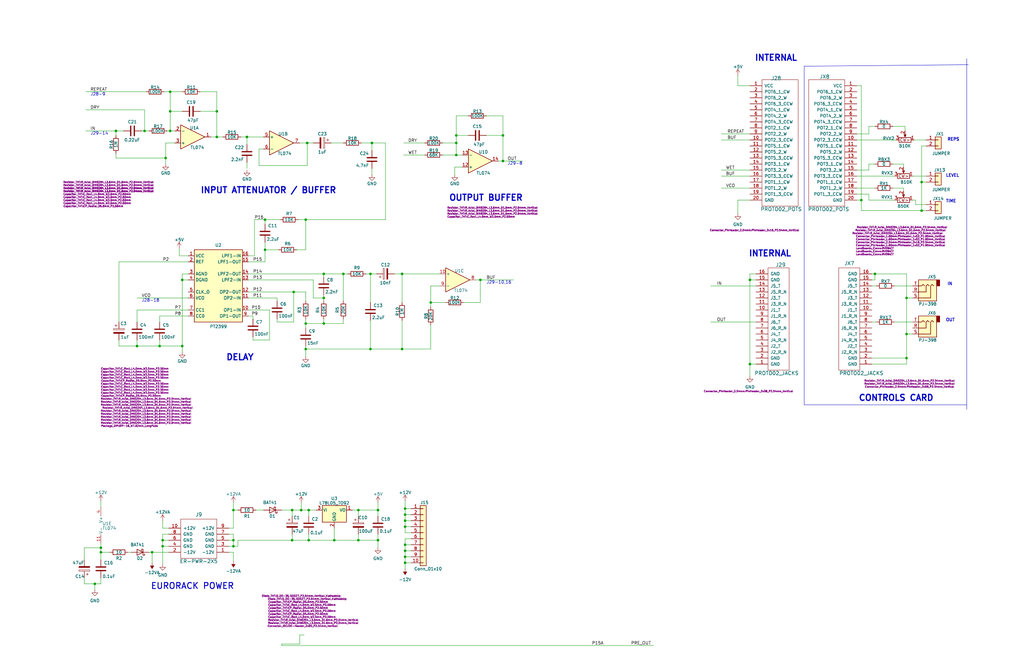
<source format=kicad_sch>
(kicad_sch (version 20230121) (generator eeschema)
  (paper "B")
  (title_block (title "ER-DELAY-02") (date "2023-02-18") (rev "1"))
  (junction (at 42.545 231.14))
  (junction (at 123.19 215.265))
  (junction (at 76.835 118.11))
  (junction (at 316.23 118.11))
  (junction (at 128.905 147.32))
  (junction (at 156.21 147.32))
  (junction (at 130.175 227.965))
  (junction (at 71.755 46.99))
  (junction (at 170.815 237.49))
  (junction (at 42.545 233.045))
  (junction (at 169.545 147.32))
  (junction (at 111.76 105.41))
  (junction (at 68.58 227.965))
  (junction (at 170.815 214.63))
  (junction (at 156.21 115.57))
  (junction (at 71.755 38.735))
  (junction (at 136.525 115.57))
  (junction (at 170.815 219.71))
  (junction (at 382.27 151.13))
  (junction (at 64.135 233.045))
  (junction (at 212.09 67.945))
  (junction (at 111.76 92.71))
  (junction (at 76.835 146.05))
  (junction (at 192.405 60.325))
  (junction (at 151.13 227.965))
  (junction (at 123.825 123.19))
  (junction (at 368.935 115.57))
  (junction (at 388.62 88.9))
  (junction (at 136.525 125.73))
  (junction (at 98.425 215.265))
  (junction (at 60.96 55.245))
  (junction (at 159.385 227.965))
  (junction (at 57.785 146.05))
  (junction (at 170.815 232.41))
  (junction (at 170.815 217.17))
  (junction (at 316.23 153.67))
  (junction (at 104.14 57.785))
  (junction (at 91.44 57.785))
  (junction (at 128.905 92.71))
  (junction (at 71.755 55.245))
  (junction (at 48.895 55.245))
  (junction (at 91.44 46.99))
  (junction (at 156.845 60.325))
  (junction (at 98.425 227.965))
  (junction (at 67.31 146.05))
  (junction (at 136.525 136.525))
  (junction (at 130.175 215.265))
  (junction (at 129.54 60.325))
  (junction (at 169.545 115.57))
  (junction (at 382.27 140.97))
  (junction (at 68.58 230.505))
  (junction (at 170.815 234.95))
  (junction (at 151.13 215.265))
  (junction (at 363.22 84.455))
  (junction (at 212.09 57.15))
  (junction (at 69.85 66.675))
  (junction (at 192.405 65.405))
  (junction (at 140.97 227.965))
  (junction (at 128.905 136.525))
  (junction (at 127 215.265))
  (junction (at 388.62 76.835))
  (junction (at 382.27 125.73))
  (junction (at 181.61 127.635))
  (junction (at 123.19 227.965))
  (junction (at 159.385 215.265))
  (junction (at 144.78 115.57))
  (junction (at 98.425 230.505))
  (junction (at 192.405 57.15))
  (junction (at 170.815 222.25))
  (junction (at 40.005 246.38))
  (junction (at 170.815 229.87))
  (junction (at 202.565 118.11))
  (wire (pts (xy 170.815 222.25) (xy 170.815 224.79)))
  (wire (pts (xy 169.545 147.32) (xy 156.21 147.32)))
  (wire (pts (xy 390.525 86.36) (xy 386.08 86.36)))
  (wire (pts (xy 62.865 233.045) (xy 64.135 233.045)))
  (wire (pts (xy 123.825 135.89) (xy 116.84 135.89)))
  (wire (pts (xy 212.09 48.895) (xy 205.105 48.895)))
  (wire (pts (xy 170.815 227.33) (xy 170.815 229.87)))
  (wire (pts (xy 104.14 68.58) (xy 104.14 71.12)))
  (wire (pts (xy 156.21 115.57) (xy 156.21 127.635)))
  (wire (pts (xy 113.665 130.81) (xy 113.665 143.51)))
  (wire (pts (xy 35.56 246.38) (xy 35.56 243.84)))
  (wire (pts (xy 79.375 115.57) (xy 76.835 115.57)))
  (wire (pts (xy 212.09 67.945) (xy 220.345 67.945)))
  (wire (pts (xy 156.845 60.325) (xy 156.845 63.5)))
  (wire (pts (xy 96.52 227.965) (xy 98.425 227.965)))
  (wire (pts (xy 69.85 60.325) (xy 69.85 66.675)))
  (wire (pts (xy 130.175 227.965) (xy 130.175 225.425)))
  (wire (pts (xy 116.84 135.89) (xy 116.84 134.62)))
  (wire (pts (xy 367.665 118.11) (xy 368.935 118.11)))
  (wire (pts (xy 96.52 225.425) (xy 98.425 225.425)))
  (wire (pts (xy 98.425 230.505) (xy 96.52 230.505)))
  (wire (pts (xy 75.565 107.95) (xy 75.565 104.775)))
  (wire (pts (xy 128.905 136.525) (xy 128.905 138.43)))
  (wire (pts (xy 91.44 57.785) (xy 88.9 57.785)))
  (wire (pts (xy 361.315 36.195) (xy 363.22 36.195)))
  (wire (pts (xy 118.745 271.78) (xy 118.745 272.415)))
  (wire (pts (xy 170.815 237.49) (xy 170.815 240.03)))
  (wire (pts (xy 156.845 71.12) (xy 156.845 73.66)))
  (wire (pts (xy 156.21 115.57) (xy 158.75 115.57)))
  (wire (pts (xy 98.425 233.045) (xy 98.425 236.855)))
  (wire (pts (xy 98.425 225.425) (xy 98.425 227.965)))
  (wire (pts (xy 181.61 127.635) (xy 181.61 120.65)))
  (wire (pts (xy 67.31 143.51) (xy 67.31 146.05)))
  (wire (pts (xy 111.76 105.41) (xy 117.475 105.41)))
  (wire (pts (xy 48.895 57.15) (xy 48.895 55.245)))
  (wire (pts (xy 136.525 125.73) (xy 136.525 127)))
  (wire (pts (xy 36.195 38.735) (xy 61.595 38.735)))
  (wire (pts (xy 151.13 227.965) (xy 159.385 227.965)))
  (wire (pts (xy 304.165 74.295) (xy 316.23 74.295)))
  (wire (pts (xy 125.73 92.71) (xy 128.905 92.71)))
  (wire (pts (xy 173.355 229.87) (xy 170.815 229.87)))
  (wire (pts (xy 71.755 55.245) (xy 71.755 46.99)))
  (polyline (pts (xy 339.09 170.815) (xy 339.09 27.94)))
  (wire (pts (xy 318.77 115.57) (xy 316.23 115.57)))
  (wire (pts (xy 42.545 231.14) (xy 42.545 229.235)))
  (wire (pts (xy 128.905 92.71) (xy 162.56 92.71)))
  (wire (pts (xy 384.81 140.97) (xy 382.27 140.97)))
  (wire (pts (xy 311.15 36.195) (xy 316.23 36.195)))
  (wire (pts (xy 170.815 232.41) (xy 173.355 232.41)))
  (wire (pts (xy 107.315 92.71) (xy 111.76 92.71)))
  (wire (pts (xy 192.405 57.15) (xy 197.485 57.15)))
  (wire (pts (xy 68.58 227.965) (xy 71.12 227.965)))
  (wire (pts (xy 144.78 136.525) (xy 144.78 134.62)))
  (wire (pts (xy 151.13 215.265) (xy 159.385 215.265)))
  (wire (pts (xy 123.19 215.265) (xy 127 215.265)))
  (wire (pts (xy 42.545 243.84) (xy 42.545 246.38)))
  (wire (pts (xy 366.395 53.34) (xy 366.395 56.515)))
  (wire (pts (xy 123.19 227.965) (xy 130.175 227.965)))
  (wire (pts (xy 367.665 151.13) (xy 382.27 151.13)))
  (wire (pts (xy 96.52 233.045) (xy 98.425 233.045)))
  (wire (pts (xy 64.135 233.045) (xy 64.135 237.49)))
  (wire (pts (xy 111.125 62.865) (xy 109.22 62.865)))
  (wire (pts (xy 36.195 46.355) (xy 60.96 46.355)))
  (wire (pts (xy 304.165 56.515) (xy 316.23 56.515)))
  (wire (pts (xy 98.425 227.965) (xy 98.425 230.505)))
  (wire (pts (xy 128.905 92.71) (xy 128.905 105.41)))
  (wire (pts (xy 104.775 107.95) (xy 107.315 107.95)))
  (wire (pts (xy 384.81 125.73) (xy 382.27 125.73)))
  (wire (pts (xy 363.22 36.195) (xy 363.22 84.455)))
  (wire (pts (xy 386.08 86.36) (xy 386.08 84.455)))
  (wire (pts (xy 170.815 211.455) (xy 170.815 214.63)))
  (wire (pts (xy 376.555 53.34) (xy 381.635 53.34)))
  (wire (pts (xy 388.62 61.595) (xy 390.525 61.595)))
  (wire (pts (xy 159.385 227.965) (xy 159.385 231.14)))
  (wire (pts (xy 73.66 55.245) (xy 71.755 55.245)))
  (wire (pts (xy 123.19 225.425) (xy 123.19 227.965)))
  (wire (pts (xy 107.315 107.95) (xy 107.315 92.71)))
  (wire (pts (xy 381 69.215) (xy 381 70.485)))
  (wire (pts (xy 170.815 234.95) (xy 173.355 234.95)))
  (wire (pts (xy 376.555 79.375) (xy 381 79.375)))
  (wire (pts (xy 316.23 118.11) (xy 318.77 118.11)))
  (wire (pts (xy 111.125 57.785) (xy 104.14 57.785)))
  (wire (pts (xy 128.905 134.62) (xy 128.905 136.525)))
  (wire (pts (xy 125.095 105.41) (xy 128.905 105.41)))
  (wire (pts (xy 169.545 115.57) (xy 185.42 115.57)))
  (wire (pts (xy 212.09 57.15) (xy 212.09 48.895)))
  (wire (pts (xy 159.385 215.265) (xy 159.385 217.805)))
  (wire (pts (xy 361.315 56.515) (xy 366.395 56.515)))
  (wire (pts (xy 192.405 57.15) (xy 192.405 48.895)))
  (wire (pts (xy 71.755 38.735) (xy 76.835 38.735)))
  (wire (pts (xy 388.62 61.595) (xy 388.62 76.835)))
  (wire (pts (xy 361.315 84.455) (xy 363.22 84.455)))
  (wire (pts (xy 42.545 231.14) (xy 35.56 231.14)))
  (wire (pts (xy 100.33 230.505) (xy 100.33 227.965)))
  (wire (pts (xy 173.355 237.49) (xy 170.815 237.49)))
  (wire (pts (xy 316.23 118.11) (xy 316.23 153.67)))
  (wire (pts (xy 91.44 46.99) (xy 91.44 38.735)))
  (wire (pts (xy 50.165 143.51) (xy 50.165 146.05)))
  (wire (pts (xy 316.23 153.67) (xy 318.77 153.67)))
  (wire (pts (xy 111.76 92.71) (xy 118.11 92.71)))
  (wire (pts (xy 148.59 215.265) (xy 151.13 215.265)))
  (wire (pts (xy 316.23 84.455) (xy 311.15 84.455)))
  (wire (pts (xy 170.18 60.325) (xy 179.07 60.325)))
  (wire (pts (xy 79.375 133.35) (xy 67.31 133.35)))
  (wire (pts (xy 130.175 215.265) (xy 130.175 217.805)))
  (wire (pts (xy 73.66 60.325) (xy 69.85 60.325)))
  (wire (pts (xy 192.405 60.325) (xy 192.405 57.15)))
  (wire (pts (xy 68.58 225.425) (xy 68.58 227.965)))
  (wire (pts (xy 129.54 60.325) (xy 132.08 60.325)))
  (wire (pts (xy 181.61 120.65) (xy 185.42 120.65)))
  (wire (pts (xy 195.58 127.635) (xy 202.565 127.635)))
  (wire (pts (xy 388.62 76.835) (xy 390.525 76.835)))
  (wire (pts (xy 140.97 227.965) (xy 151.13 227.965)))
  (wire (pts (xy 104.775 115.57) (xy 136.525 115.57)))
  (wire (pts (xy 304.165 71.755) (xy 316.23 71.755)))
  (wire (pts (xy 68.58 219.71) (xy 68.58 222.885)))
  (wire (pts (xy 76.835 115.57) (xy 76.835 118.11)))
  (wire (pts (xy 106.68 133.35) (xy 106.68 134.62)))
  (wire (pts (xy 46.355 233.045) (xy 42.545 233.045)))
  (wire (pts (xy 192.405 65.405) (xy 194.945 65.405)))
  (wire (pts (xy 159.385 212.09) (xy 159.385 215.265)))
  (wire (pts (xy 42.545 246.38) (xy 40.005 246.38)))
  (wire (pts (xy 50.165 110.49) (xy 50.165 135.89)))
  (wire (pts (xy 68.58 230.505) (xy 71.12 230.505)))
  (wire (pts (xy 111.76 110.49) (xy 111.76 105.41)))
  (wire (pts (xy 130.175 215.265) (xy 133.35 215.265)))
  (wire (pts (xy 170.815 219.71) (xy 173.355 219.71)))
  (wire (pts (xy 64.135 233.045) (xy 71.12 233.045)))
  (wire (pts (xy 170.815 214.63) (xy 170.815 217.17)))
  (wire (pts (xy 136.525 136.525) (xy 144.78 136.525)))
  (wire (pts (xy 363.22 88.9) (xy 363.22 84.455)))
  (wire (pts (xy 388.62 76.835) (xy 388.62 88.9)))
  (wire (pts (xy 106.68 143.51) (xy 106.68 142.24)))
  (wire (pts (xy 129.54 60.325) (xy 126.365 60.325)))
  (wire (pts (xy 202.565 118.11) (xy 200.66 118.11)))
  (wire (pts (xy 40.005 246.38) (xy 35.56 246.38)))
  (wire (pts (xy 170.815 232.41) (xy 170.815 234.95)))
  (wire (pts (xy 69.85 66.675) (xy 69.85 69.215)))
  (wire (pts (xy 126.365 267.97) (xy 126.365 271.78)))
  (wire (pts (xy 139.7 60.325) (xy 144.78 60.325)))
  (wire (pts (xy 57.785 146.05) (xy 50.165 146.05)))
  (wire (pts (xy 202.565 118.11) (xy 216.535 118.11)))
  (wire (pts (xy 181.61 129.54) (xy 181.61 127.635)))
  (wire (pts (xy 173.355 227.33) (xy 170.815 227.33)))
  (wire (pts (xy 104.775 130.81) (xy 113.665 130.81)))
  (wire (pts (xy 156.845 60.325) (xy 162.56 60.325)))
  (wire (pts (xy 173.355 224.79) (xy 170.815 224.79)))
  (wire (pts (xy 111.125 215.265) (xy 107.95 215.265)))
  (wire (pts (xy 144.78 115.57) (xy 144.78 127)))
  (wire (pts (xy 304.165 59.055) (xy 316.23 59.055)))
  (wire (pts (xy 104.775 118.11) (xy 132.08 118.11)))
  (wire (pts (xy 91.44 57.785) (xy 93.98 57.785)))
  (wire (pts (xy 361.315 71.755) (xy 366.395 71.755)))
  (wire (pts (xy 118.745 215.265) (xy 123.19 215.265)))
  (wire (pts (xy 316.23 115.57) (xy 316.23 118.11)))
  (polyline (pts (xy 339.09 27.94) (xy 408.305 27.305)))
  (wire (pts (xy 154.305 115.57) (xy 156.21 115.57)))
  (wire (pts (xy 60.96 55.245) (xy 60.96 46.355)))
  (wire (pts (xy 71.755 55.245) (xy 70.485 55.245)))
  (wire (pts (xy 98.425 212.09) (xy 98.425 215.265)))
  (wire (pts (xy 366.395 71.755) (xy 366.395 69.215)))
  (wire (pts (xy 123.19 215.265) (xy 123.19 217.805)))
  (wire (pts (xy 48.895 55.245) (xy 52.07 55.245)))
  (wire (pts (xy 109.22 69.85) (xy 129.54 69.85)))
  (wire (pts (xy 382.27 140.97) (xy 382.27 151.13)))
  (wire (pts (xy 76.835 146.05) (xy 76.835 148.59)))
  (wire (pts (xy 151.13 215.265) (xy 151.13 217.805)))
  (wire (pts (xy 130.175 227.965) (xy 140.97 227.965)))
  (wire (pts (xy 382.27 151.13) (xy 382.27 153.67)))
  (wire (pts (xy 299.72 135.89) (xy 318.77 135.89)))
  (wire (pts (xy 104.14 57.785) (xy 104.14 60.96)))
  (wire (pts (xy 382.27 153.67) (xy 367.665 153.67)))
  (wire (pts (xy 186.69 60.325) (xy 192.405 60.325)))
  (wire (pts (xy 111.76 105.41) (xy 111.76 102.235)))
  (wire (pts (xy 113.665 143.51) (xy 106.68 143.51)))
  (wire (pts (xy 210.185 67.945) (xy 212.09 67.945)))
  (wire (pts (xy 388.62 88.9) (xy 363.22 88.9)))
  (wire (pts (xy 382.27 115.57) (xy 368.935 115.57)))
  (wire (pts (xy 136.525 115.57) (xy 144.78 115.57)))
  (wire (pts (xy 128.905 146.05) (xy 128.905 147.32)))
  (wire (pts (xy 181.61 147.32) (xy 181.61 137.16)))
  (wire (pts (xy 386.08 84.455) (xy 384.81 84.455)))
  (wire (pts (xy 79.375 110.49) (xy 50.165 110.49)))
  (wire (pts (xy 385.445 59.055) (xy 390.525 59.055)))
  (wire (pts (xy 376.555 69.215) (xy 381 69.215)))
  (wire (pts (xy 116.84 125.73) (xy 116.84 127)))
  (wire (pts (xy 311.15 31.75) (xy 311.15 36.195)))
  (wire (pts (xy 128.905 136.525) (xy 136.525 136.525)))
  (wire (pts (xy 40.005 246.38) (xy 40.005 248.92)))
  (wire (pts (xy 68.58 227.965) (xy 68.58 230.505)))
  (wire (pts (xy 98.425 222.885) (xy 96.52 222.885)))
  (wire (pts (xy 166.37 115.57) (xy 169.545 115.57)))
  (wire (pts (xy 127 212.09) (xy 127 215.265)))
  (wire (pts (xy 366.395 84.455) (xy 366.395 81.915)))
  (wire (pts (xy 36.195 55.245) (xy 48.895 55.245)))
  (wire (pts (xy 104.775 123.19) (xy 123.825 123.19)))
  (wire (pts (xy 68.58 222.885) (xy 71.12 222.885)))
  (wire (pts (xy 192.405 65.405) (xy 192.405 60.325)))
  (wire (pts (xy 162.56 92.71) (xy 162.56 60.325)))
  (wire (pts (xy 136.525 124.46) (xy 136.525 125.73)))
  (wire (pts (xy 79.375 130.81) (xy 57.785 130.81)))
  (wire (pts (xy 136.525 134.62) (xy 136.525 136.525)))
  (wire (pts (xy 382.27 125.73) (xy 382.27 140.97)))
  (wire (pts (xy 194.945 70.485) (xy 191.77 70.485)))
  (wire (pts (xy 361.315 79.375) (xy 368.935 79.375)))
  (wire (pts (xy 173.355 217.17) (xy 170.815 217.17)))
  (wire (pts (xy 104.14 57.785) (xy 101.6 57.785)))
  (wire (pts (xy 304.165 79.375) (xy 316.23 79.375)))
  (polyline (pts (xy 407.67 170.815) (xy 339.09 170.815)))
  (wire (pts (xy 128.905 147.32) (xy 156.21 147.32)))
  (wire (pts (xy 170.815 237.49) (xy 170.815 234.95)))
  (wire (pts (xy 104.775 110.49) (xy 111.76 110.49)))
  (wire (pts (xy 170.815 222.25) (xy 173.355 222.25)))
  (wire (pts (xy 366.395 69.215) (xy 368.935 69.215)))
  (wire (pts (xy 169.545 135.255) (xy 169.545 147.32)))
  (wire (pts (xy 48.895 66.675) (xy 69.85 66.675)))
  (wire (pts (xy 170.815 219.71) (xy 170.815 222.25)))
  (wire (pts (xy 369.57 120.65) (xy 367.665 120.65)))
  (wire (pts (xy 136.525 115.57) (xy 136.525 116.84)))
  (wire (pts (xy 170.815 229.87) (xy 170.815 232.41)))
  (wire (pts (xy 367.665 135.89) (xy 369.57 135.89)))
  (wire (pts (xy 132.08 125.73) (xy 136.525 125.73)))
  (wire (pts (xy 128.905 123.19) (xy 128.905 127)))
  (wire (pts (xy 104.775 133.35) (xy 106.68 133.35)))
  (wire (pts (xy 173.355 214.63) (xy 170.815 214.63)))
  (wire (pts (xy 366.395 81.915) (xy 361.315 81.915)))
  (wire (pts (xy 299.72 120.65) (xy 318.77 120.65)))
  (wire (pts (xy 381.635 53.34) (xy 381.635 55.245)))
  (wire (pts (xy 42.545 233.045) (xy 42.545 231.14)))
  (wire (pts (xy 151.13 225.425) (xy 151.13 227.965)))
  (wire (pts (xy 57.785 143.51) (xy 57.785 146.05)))
  (wire (pts (xy 109.22 62.865) (xy 109.22 69.85)))
  (wire (pts (xy 76.835 146.05) (xy 67.31 146.05)))
  (wire (pts (xy 127 215.265) (xy 130.175 215.265)))
  (wire (pts (xy 390.525 88.9) (xy 388.62 88.9)))
  (wire (pts (xy 111.76 92.71) (xy 111.76 94.615)))
  (wire (pts (xy 126.365 271.78) (xy 118.745 271.78)))
  (wire (pts (xy 384.81 120.65) (xy 377.19 120.65)))
  (wire (pts (xy 57.785 130.81) (xy 57.785 135.89)))
  (wire (pts (xy 79.375 107.95) (xy 75.565 107.95)))
  (wire (pts (xy 42.545 211.455) (xy 42.545 213.995)))
  (wire (pts (xy 181.61 127.635) (xy 187.96 127.635)))
  (wire (pts (xy 98.425 215.265) (xy 100.33 215.265)))
  (wire (pts (xy 128.905 147.32) (xy 128.905 150.495)))
  (wire (pts (xy 382.27 115.57) (xy 382.27 125.73)))
  (wire (pts (xy 57.785 125.73) (xy 79.375 125.73)))
  (wire (pts (xy 205.105 57.15) (xy 212.09 57.15)))
  (wire (pts (xy 53.975 233.045) (xy 55.245 233.045)))
  (wire (pts (xy 381 80.645) (xy 381 79.375)))
  (wire (pts (xy 170.815 217.17) (xy 170.815 219.71)))
  (wire (pts (xy 316.23 153.67) (xy 316.23 158.75)))
  (wire (pts (xy 169.545 115.57) (xy 169.545 127.635)))
  (wire (pts (xy 186.69 65.405) (xy 192.405 65.405)))
  (wire (pts (xy 144.78 115.57) (xy 146.685 115.57)))
  (wire (pts (xy 91.44 46.99) (xy 91.44 57.785)))
  (wire (pts (xy 169.545 147.32) (xy 181.61 147.32)))
  (wire (pts (xy 71.755 46.99) (xy 76.835 46.99)))
  (wire (pts (xy 84.455 46.99) (xy 91.44 46.99)))
  (wire (pts (xy 384.81 74.295) (xy 390.525 74.295)))
  (wire (pts (xy 91.44 38.735) (xy 84.455 38.735)))
  (wire (pts (xy 129.54 69.85) (xy 129.54 60.325)))
  (polyline (pts (xy 407.67 24.765) (xy 407.67 172.72)))
  (wire (pts (xy 311.15 84.455) (xy 311.15 90.17)))
  (wire (pts (xy 71.12 225.425) (xy 68.58 225.425)))
  (wire (pts (xy 68.58 230.505) (xy 68.58 238.125)))
  (wire (pts (xy 48.895 66.675) (xy 48.895 64.77)))
  (wire (pts (xy 76.835 118.11) (xy 76.835 146.05)))
  (wire (pts (xy 118.745 272.415) (xy 275.59 272.415)))
  (wire (pts (xy 361.315 59.055) (xy 377.825 59.055)))
  (wire (pts (xy 202.565 127.635) (xy 202.565 118.11)))
  (wire (pts (xy 152.4 60.325) (xy 156.845 60.325)))
  (wire (pts (xy 361.315 74.295) (xy 377.19 74.295)))
  (wire (pts (xy 35.56 231.14) (xy 35.56 236.22)))
  (wire (pts (xy 212.09 57.15) (xy 212.09 67.945)))
  (wire (pts (xy 98.425 230.505) (xy 100.33 230.505)))
  (wire (pts (xy 104.775 125.73) (xy 116.84 125.73)))
  (wire (pts (xy 67.31 133.35) (xy 67.31 135.89)))
  (wire (pts (xy 42.545 233.045) (xy 42.545 236.22)))
  (wire (pts (xy 192.405 48.895) (xy 197.485 48.895)))
  (wire (pts (xy 67.31 146.05) (xy 57.785 146.05)))
  (wire (pts (xy 128.27 267.97) (xy 126.365 267.97)))
  (wire (pts (xy 156.21 147.32) (xy 156.21 135.255)))
  (wire (pts (xy 100.33 227.965) (xy 123.19 227.965)))
  (wire (pts (xy 98.425 215.265) (xy 98.425 222.885)))
  (wire (pts (xy 71.755 46.99) (xy 71.755 38.735)))
  (wire (pts (xy 140.97 222.885) (xy 140.97 227.965)))
  (wire (pts (xy 368.935 115.57) (xy 367.665 115.57)))
  (wire (pts (xy 159.385 227.965) (xy 159.385 225.425)))
  (wire (pts (xy 366.395 53.34) (xy 368.935 53.34)))
  (wire (pts (xy 59.69 55.245) (xy 60.96 55.245)))
  (wire (pts (xy 191.77 70.485) (xy 191.77 73.66)))
  (wire (pts (xy 132.08 118.11) (xy 132.08 125.73)))
  (wire (pts (xy 170.18 65.405) (xy 179.07 65.405)))
  (wire (pts (xy 123.825 123.19) (xy 123.825 135.89)))
  (wire (pts (xy 69.215 38.735) (xy 71.755 38.735)))
  (wire (pts (xy 60.96 55.245) (xy 62.865 55.245)))
  (wire (pts (xy 384.81 135.89) (xy 377.19 135.89)))
  (wire (pts (xy 76.835 118.11) (xy 79.375 118.11)))
  (wire (pts (xy 368.935 115.57) (xy 368.935 118.11)))
  (wire (pts (xy 123.825 123.19) (xy 128.905 123.19)))
  (wire (pts (xy 377.19 84.455) (xy 366.395 84.455)))
  (text "EURORACK POWER" (at 63.5 248.92 0) (effects (font (size 2.54 2.54) (thickness 0.381) bold) (justify left bottom)))
  (text "J29-14" (at 38.1 57.15 0) (effects (font (size 1.27 1.27)) (justify left bottom)))
  (text "OUTPUT BUFFER" (at 189.23 85.09 0) (effects (font (size 2.54 2.54) (thickness 0.508) bold) (justify left bottom)))
  (text "INTERNAL" (at 315.595 108.585 0) (effects (font (size 2.54 2.54) (thickness 0.508) bold) (justify left bottom)))
  (text "CONTROLS CARD" (at 361.95 169.545 0) (effects (font (size 2.54 2.54) (thickness 0.508) bold) (justify left bottom)))
  (text "IN" (at 399.415 120.65 0) (effects (font (size 1.27 1.27) (thickness 0.254) bold) (justify left bottom)))
  (text "LEVEL" (at 398.78 74.93 0) (effects (font (size 1.27 1.27) (thickness 0.254) bold) (justify left bottom)))
  (text "DELAY" (at 95.25 152.4 0) (effects (font (size 2.54 2.54) (thickness 0.508) bold) (justify left bottom)))
  (text "TIME" (at 398.78 85.725 0) (effects (font (size 1.27 1.27) (thickness 0.254) bold) (justify left bottom)))
  (text "INTERNAL" (at 318.135 26.035 0) (effects (font (size 2.54 2.54) (thickness 0.508) bold) (justify left bottom)))
  (text "J28-9" (at 38.1 40.64 0) (effects (font (size 1.27 1.27)) (justify left bottom)))
  (text "J29-10,16" (at 205.105 120.015 0) (effects (font (size 1.27 1.27)) (justify left bottom)))
  (text "J28-18" (at 59.69 127.635 0) (effects (font (size 1.27 1.27)) (justify left bottom)))
  (text "J29-8" (at 213.995 69.85 0) (effects (font (size 1.27 1.27)) (justify left bottom)))
  (text "REPS" (at 399.415 59.69 0) (effects (font (size 1.27 1.27) (thickness 0.254) bold) (justify left bottom)))
  (text "OUT" (at 398.78 135.89 0) (effects (font (size 1.27 1.27) (thickness 0.254) bold) (justify left bottom)))
  (text "INPUT ATTENUATOR / BUFFER" (at 84.455 81.915 0) (effects (font (size 2.54 2.54) (thickness 0.508) bold) (justify left bottom)))
  (label "P14" (at 106.68 115.57 0))
  (label "VCO" (at 59.69 125.73 0))
  (label "DRY" (at 172.085 60.325 0))
  (label "VCO" (at 306.07 79.375 0))
  (label "REPEAT" (at 306.705 56.515 0))
  (label "BUF" (at 306.705 59.055 0))
  (label "WET" (at 306.07 71.755 0))
  (label "REPEAT" (at 38.1 38.735 0))
  (label "DRY" (at 38.1 46.355 0))
  (label "OUT" (at 213.995 67.945 0))
  (label "P10" (at 106.045 130.81 0))
  (label "IN" (at 38.1 55.245 0))
  (label "IN" (at 302.26 120.65 0))
  (label "P11" (at 106.68 125.73 0))
  (label "P7" (at 73.66 130.81 0))
  (label "BUF" (at 306.07 74.295 0))
  (label "P15A" (at 249.555 272.415 0))
  (label "WET" (at 172.085 65.405 0))
  (label "P12" (at 106.68 123.19 0))
  (label "P8" (at 73.66 133.35 0))
  (label "P13" (at 106.68 118.11 0))
  (label "BUF" (at 205.105 118.11 0))
  (label "PRE_OUT" (at 266.065 272.415 0))
  (label "OUT" (at 302.26 135.89 0))
  (label "P16" (at 107.315 92.71 0))
  (label "P9" (at 106.045 133.35 0))
  (label "P15" (at 106.68 110.49 0))
  (label "P2" (at 68.58 110.49 0))
  (symbol (lib_id "Device:D_Schottky") (at 114.935 215.265 180) (unit 1)
    (property "Reference" "D1" (at 116.205 217.805 0) (effects (justify left)))
    (property "Value" "BAT41" (at 116.84 212.09 0) (effects (justify left)))
    (property "Footprint" "Diode_THT:D_DO-35_SOD27_P2.54mm_Vertical_KathodeUp" (at 129.54 252.73 0) (effects (font (size 0.762 0.762))))
  )
  (symbol (lib_id "Device:C") (at 57.785 139.7 0) (unit 1)
    (property "Reference" "C4" (at 59.055 137.16 0) (effects (justify left)))
    (property "Value" "100mF" (at 58.42 142.24 0) (effects (justify left)))
    (property "Footprint" "Capacitor_THT:C_Rect_L4.0mm_W2.5mm_P2.50mm" (at 42.545 158.115 0) (effects (font (size 0.762 0.762)) (justify left)))
  )
  (symbol (lib_id "power:GND") (at 311.15 90.17 0) (unit 1)
    (property "Reference" "#PWR0114" (effects hide))
    (property "Value" "GND" (at 311.15 94.7325 0))
  )
  (symbol (lib_id "Device:R") (at 48.895 60.96 0) (unit 1)
    (property "Reference" "R16" (at 46.99 60.96 90))
    (property "Value" "1M" (at 48.895 60.96 90))
    (property "Footprint" "Resistor_THT:R_Axial_DIN0204_L3.6mm_D1.6mm_P2.54mm_Vertical" (at 45.72 79.375 0) (effects (font (size 0.762 0.762))))
  )
  (symbol (lib_id "Connector:AudioJack3") (at 389.89 123.19 180) (unit 1) (in_bom no) (on_board no)
    (property "Reference" "JX5" (at 391.16 116.84 0) (effects (justify right)))
    (property "Value" "PJ-398" (at 387.35 128.27 0) (effects (justify right)))
    (property "Footprint" "AudioJacks:Jack_3.5mm_QingPu_WQP-PJ366ST_Vertical" (effects hide))
  )
  (symbol (lib_id "power:+5V") (at 75.565 104.775 0) (unit 1)
    (property "Reference" "#PWR0110" (effects hide))
    (property "Value" "+5V" (at 75.565 101.1705 0))
  )
  (symbol (lib_id "Device:R") (at 182.88 60.325 270) (unit 1)
    (property "Reference" "R20" (at 182.88 58.42 90))
    (property "Value" "100K" (at 182.88 60.325 90))
    (property "Footprint" "Resistor_THT:R_Axial_DIN0204_L3.6mm_D1.6mm_P2.54mm_Vertical" (at 207.645 88.9 90) (effects (font (size 0.762 0.762))))
  )
  (symbol (lib_id "Device:R") (at 181.61 133.35 0) (unit 1)
    (property "Reference" "R8" (at 179.705 133.35 90))
    (property "Value" "20K" (at 181.61 133.35 90))
    (property "Footprint" "Resistor_THT:R_Axial_DIN0204_L3.6mm_D1.6mm_P2.54mm_Vertical" (at 61.595 177.165 0) (effects (font (size 0.762 0.762))))
  )
  (symbol (lib_id "LandBoards_Conns:ER-PWR-2X5") (at 83.82 227.965 0) (unit 1)
    (property "Reference" "J9" (at 83.82 217.17 0) (effects (font (size 1.524 1.524))))
    (property "Value" "ER-PWR-2X5" (at 83.82 236.855 0) (effects (font (size 1.524 1.524))))
    (property "Footprint" "Connector_IDC:IDC-Header_2x05_P2.54mm_Vertical" (at 127.635 264.16 0) (effects (font (size 0.762 0.762))))
  )
  (symbol (lib_id "Device:C") (at 67.31 139.7 0) (unit 1)
    (property "Reference" "C5" (at 68.58 137.16 0) (effects (justify left)))
    (property "Value" "100nF" (at 67.945 142.24 0) (effects (justify left)))
    (property "Footprint" "Capacitor_THT:C_Rect_L4.0mm_W2.5mm_P2.50mm" (at 42.545 156.845 0) (effects (font (size 0.762 0.762)) (justify left)))
  )
  (symbol (lib_id "Device:C_Polarized") (at 135.89 60.325 270) (unit 1)
    (property "Reference" "C23" (at 135.89 56.515 90))
    (property "Value" "1uF" (at 135.89 64.135 90))
    (property "Footprint" "Capacitor_THT:CP_Radial_D5.0mm_P2.50mm" (at 39.37 86.995 90) (effects (font (size 0.762 0.762))))
  )
  (symbol (lib_id "power:+5V") (at 311.15 31.75 0) (unit 1)
    (property "Reference" "#PWR0115" (effects hide))
    (property "Value" "+5V" (at 311.15 28.1455 0))
  )
  (symbol (lib_id "Device:R") (at 182.88 65.405 270) (unit 1)
    (property "Reference" "R19" (at 182.88 63.5 90))
    (property "Value" "68K" (at 182.88 65.405 90))
    (property "Footprint" "Resistor_THT:R_Axial_DIN0204_L3.6mm_D1.6mm_P2.54mm_Vertical" (at 207.645 87.63 90) (effects (font (size 0.762 0.762))))
  )
  (symbol (lib_id "Device:C") (at 130.175 221.615 0) (unit 1)
    (property "Reference" "C2" (at 131.445 219.075 0) (effects (justify left)))
    (property "Value" "0.1uF" (at 130.81 224.79 0) (effects (justify left)))
    (property "Footprint" "Capacitor_THT:C_Rect_L4.0mm_W2.5mm_P2.50mm" (at 113.03 257.81 0) (effects (font (size 0.762 0.762)) (justify left)))
  )
  (symbol (lib_id "Amplifier_Operational:TL074") (at 202.565 67.945 0) (mirror x) (unit 4)
    (property "Reference" "U1" (at 203.835 64.135 0))
    (property "Value" "TL074" (at 203.835 73.025 0))
    (property "Datasheet" "http://www.ti.com/lit/ds/symlink/tl071.pdf" (effects hide))
  )
  (symbol (lib_id "Amplifier_Operational:TL074") (at 118.745 60.325 0) (unit 2)
    (property "Reference" "U1" (at 119.38 56.515 0))
    (property "Value" "TL074" (at 120.015 64.77 0))
    (property "Datasheet" "http://www.ti.com/lit/ds/symlink/tl071.pdf" (effects hide))
  )
  (symbol (lib_id "Device:C") (at 111.76 98.425 0) (unit 1)
    (property "Reference" "C11" (at 113.03 95.25 0) (effects (justify left)))
    (property "Value" "2.2uF" (at 112.395 100.965 0) (effects (justify left)))
    (property "Footprint" "Capacitor_THT:C_Rect_L4.0mm_W2.5mm_P2.50mm" (at 42.545 161.925 0) (effects (font (size 0.762 0.762)) (justify left)))
  )
  (symbol (lib_name "PROTO02_JACKS_1") (lib_id "LandBoards_Conns:PROTO02_JACKS") (at 327.66 134.62 0) (mirror y) (unit 1)
    (property "Reference" "J29" (at 327.025 111.76 0) (effects (font (size 1.524 1.524)) (justify right)))
    (property "Value" "PROTO02_JACKS" (at 318.135 157.48 0) (effects (font (size 1.524 1.524)) (justify right)))
    (property "Footprint" "Connector_PinHeader_2.54mm:PinHeader_2x08_P2.54mm_Vertical" (at 315.595 165.1 0) (effects (font (size 0.762 0.762))))
  )
  (symbol (lib_id "power:GND") (at 76.835 148.59 0) (unit 1)
    (property "Reference" "#PWR0101" (effects hide))
    (property "Value" "GND" (at 76.835 152.4 0))
  )
  (symbol (lib_id "Device:R") (at 121.285 105.41 90) (unit 1)
    (property "Reference" "R6" (at 121.285 102.87 90))
    (property "Value" "10K" (at 121.285 105.41 90))
    (property "Footprint" "Resistor_THT:R_Axial_DIN0204_L3.6mm_D1.6mm_P2.54mm_Vertical" (at 61.595 173.355 90) (effects (font (size 0.762 0.762))))
  )
  (symbol (lib_id "Device:R") (at 150.495 115.57 90) (unit 1)
    (property "Reference" "R9" (at 150.495 113.03 90))
    (property "Value" "10K" (at 150.495 115.57 90))
    (property "Footprint" "Resistor_THT:R_Axial_DIN0204_L3.6mm_D1.6mm_P2.54mm_Vertical" (at 62.23 172.085 90) (effects (font (size 0.762 0.762))))
  )
  (symbol (lib_id "Device:R") (at 191.77 127.635 90) (unit 1)
    (property "Reference" "R12" (at 191.77 125.73 90))
    (property "Value" "100K" (at 191.77 127.635 90))
    (property "Footprint" "Resistor_THT:R_Axial_DIN0204_L3.6mm_D1.6mm_P2.54mm_Vertical" (at 61.595 178.435 90) (effects (font (size 0.762 0.762))))
  )
  (symbol (lib_name "R_Pot_CW_1") (lib_id "LandBoards_Conns:R_Pot_CW") (at 381.635 59.055 270) (mirror x) (unit 1) (in_bom no) (on_board no)
    (property "Reference" "RVX2" (at 377.19 58.42 90) (effects (justify right)))
    (property "Value" "B10K" (at 384.175 61.595 90) (effects (justify right)))
    (property "Footprint" "LandBoards_Conns:RV09ACF" (at 368.935 107.315 90) (effects (font (size 0.762 0.762))))
  )
  (symbol (lib_id "Device:R") (at 372.745 53.34 270) (mirror x) (unit 1) (in_bom no) (on_board no)
    (property "Reference" "RX4" (at 372.745 51.435 90))
    (property "Value" "0" (at 372.745 53.34 90))
    (property "Footprint" "Resistor_THT:R_Axial_DIN0204_L3.6mm_D1.6mm_P2.54mm_Vertical" (at 379.73 97.155 90) (effects (font (size 0.762 0.762))))
    (property "Datasheet" "https://www.mouser.com/ProductDetail/Xicon/299-2.2K-RC?qs=QaPBMFBEHz3RDbXknTj%252ByA%3D%3D" (effects hide))
  )
  (symbol (lib_name "R_Pot_CW_1") (lib_id "LandBoards_Conns:R_Pot_CW") (at 381 84.455 270) (mirror x) (unit 1) (in_bom no) (on_board no)
    (property "Reference" "RVX1" (at 376.555 83.185 90) (effects (justify right)))
    (property "Value" "B50K" (at 383.54 86.995 90) (effects (justify right)))
    (property "Footprint" "LandBoards_Conns:RV09ACF" (at 368.935 104.775 90) (effects (font (size 0.762 0.762))))
  )
  (symbol (lib_id "Device:C_Polarized") (at 123.19 221.615 0) (unit 1)
    (property "Reference" "C1" (at 125.095 218.44 0))
    (property "Value" "47uF" (at 125.73 224.155 0))
    (property "Footprint" "Capacitor_THT:CP_Radial_D5.0mm_P2.50mm" (at 125.73 254 0) (effects (font (size 0.762 0.762))))
  )
  (symbol (lib_id "Device:R") (at 97.79 57.785 270) (unit 1)
    (property "Reference" "R15" (at 97.79 55.88 90))
    (property "Value" "10K" (at 97.79 57.785 90))
    (property "Footprint" "Resistor_THT:R_Axial_DIN0204_L3.6mm_D1.6mm_P2.54mm_Vertical" (at 45.72 78.105 90) (effects (font (size 0.762 0.762))))
  )
  (symbol (lib_id "power:+12V") (at 170.815 211.455 0) (unit 1)
    (property "Reference" "#PWR0111" (effects hide))
    (property "Value" "+12V" (at 170.815 207.8505 0))
  )
  (symbol (lib_id "power:+12V") (at 42.545 211.455 0) (unit 1)
    (property "Reference" "#PWR04" (effects hide))
    (property "Value" "+12V" (at 42.545 207.8505 0))
  )
  (symbol (lib_id "Device:C_Polarized") (at 162.56 115.57 90) (unit 1)
    (property "Reference" "C12" (at 162.56 111.76 90))
    (property "Value" "10nF" (at 162.56 119.38 90))
    (property "Footprint" "Capacitor_THT:CP_Radial_D5.0mm_P2.50mm" (at 55.245 160.655 90) (effects (font (size 0.762 0.762))))
  )
  (symbol (lib_id "Device:C_Polarized") (at 50.165 139.7 0) (unit 1)
    (property "Reference" "C3" (at 52.07 136.525 0))
    (property "Value" "1uF" (at 52.705 142.24 0))
    (property "Footprint" "Capacitor_THT:CP_Radial_D5.0mm_P2.50mm" (at 55.245 167.005 0) (effects (font (size 0.762 0.762))))
  )
  (symbol (lib_id "power:GND") (at 316.23 158.75 0) (unit 1)
    (property "Reference" "#PWR0113" (effects hide))
    (property "Value" "GND" (at 316.23 163.3125 0))
  )
  (symbol (lib_id "Connector_Generic:Conn_01x02") (at 395.605 59.055 0) (unit 1) (in_bom no) (on_board no)
    (property "Reference" "JX1" (at 396.24 56.515 0))
    (property "Value" "JUMPER" (at 396.875 64.77 0))
    (property "Footprint" "Connector_PinHeader_1.00mm:PinHeader_1x02_P1.00mm_Vertical" (at 379.73 103.505 0) (effects (font (size 0.762 0.762))))
  )
  (symbol (lib_id "Device:R") (at 121.92 92.71 90) (unit 1)
    (property "Reference" "R7" (at 121.92 90.17 90))
    (property "Value" "10K" (at 121.92 92.71 90))
    (property "Footprint" "Resistor_THT:R_Axial_DIN0204_L3.6mm_D1.6mm_P2.54mm_Vertical" (at 61.595 174.625 90) (effects (font (size 0.762 0.762))))
  )
  (symbol (lib_id "Device:C") (at 201.295 57.15 90) (unit 1)
    (property "Reference" "C15" (at 203.2 53.34 90) (effects (justify left)))
    (property "Value" "47pF" (at 204.47 60.96 90) (effects (justify left)))
    (property "Footprint" "Capacitor_THT:C_Rect_L4.0mm_W2.5mm_P2.50mm" (at 217.17 91.44 90) (effects (font (size 0.762 0.762)) (justify left)))
  )
  (symbol (lib_id "Device:C") (at 159.385 221.615 0) (unit 1)
    (property "Reference" "C18" (at 160.655 219.075 0) (effects (justify left)))
    (property "Value" "0.1uF" (at 160.02 224.155 0) (effects (justify left)))
    (property "Footprint" "Capacitor_THT:C_Rect_L4.0mm_W2.5mm_P2.50mm" (at 113.03 255.27 0) (effects (font (size 0.762 0.762)) (justify left)))
  )
  (symbol (lib_id "power:GND") (at 104.14 71.755 0) (unit 1)
    (property "Reference" "#PWR01" (effects hide))
    (property "Value" "GND" (at 104.14 75.565 0))
  )
  (symbol (lib_id "power:-12VA") (at 98.425 236.855 180) (unit 1)
    (property "Reference" "#PWR09" (effects hide))
    (property "Value" "-12VA" (at 98.425 240.9905 0))
  )
  (symbol (lib_id "Amplifier_Operational:TL074") (at 45.085 221.615 0) (unit 5)
    (property "Reference" "U1" (at 43.18 220.9713 0) (effects (justify left)))
    (property "Value" "TL074" (at 43.18 222.8923 0) (effects (justify left)))
    (property "Datasheet" "http://www.ti.com/lit/ds/symlink/tl071.pdf" (effects hide))
  )
  (symbol (lib_id "Device:R") (at 169.545 131.445 0) (unit 1)
    (property "Reference" "R10" (at 167.64 131.445 90))
    (property "Value" "1M" (at 169.545 131.445 90))
    (property "Footprint" "Resistor_THT:R_Axial_DIN0204_L3.6mm_D1.6mm_P2.54mm_Vertical" (at 61.595 175.895 0) (effects (font (size 0.762 0.762))))
  )
  (symbol (lib_id "power:+12V") (at 127 212.09 0) (unit 1)
    (property "Reference" "#PWR0108" (effects hide))
    (property "Value" "+12V" (at 127 208.4855 0))
  )
  (symbol (lib_id "Connector_Generic:Conn_01x02") (at 395.605 74.295 0) (unit 1) (in_bom no) (on_board no)
    (property "Reference" "JX13" (at 396.24 71.755 0))
    (property "Value" "JUMPER" (at 396.875 80.01 0))
    (property "Footprint" "Connector_PinHeader_1.00mm:PinHeader_1x02_P1.00mm_Vertical" (at 379.73 99.695 0) (effects (font (size 0.762 0.762))))
  )
  (symbol (lib_id "Device:C") (at 106.68 138.43 0) (unit 1)
    (property "Reference" "C7" (at 107.95 135.89 0) (effects (justify left)))
    (property "Value" "100nF" (at 107.315 140.97 0) (effects (justify left)))
    (property "Footprint" "Capacitor_THT:C_Rect_L4.0mm_W2.5mm_P2.50mm" (at 42.545 155.575 0) (effects (font (size 0.762 0.762)) (justify left)))
  )
  (symbol (lib_id "power:-12VA") (at 64.135 237.49 180) (unit 1)
    (property "Reference" "#PWR06" (effects hide))
    (property "Value" "-12VA" (at 64.135 241.6255 0))
  )
  (symbol (lib_id "Device:C_Polarized") (at 35.56 240.03 180) (unit 1)
    (property "Reference" "C14" (at 33.655 243.205 0))
    (property "Value" "47uF" (at 33.02 237.49 0))
    (property "Footprint" "Capacitor_THT:CP_Radial_D5.0mm_P2.50mm" (at 125.73 259.08 0) (effects (font (size 0.762 0.762))))
  )
  (symbol (lib_id "power:GND") (at 159.385 231.14 0) (unit 1)
    (property "Reference" "#PWR0107" (effects hide))
    (property "Value" "GND" (at 159.385 235.7025 0))
  )
  (symbol (lib_id "Device:C") (at 156.845 67.31 180) (unit 1)
    (property "Reference" "C24" (at 155.575 64.77 0) (effects (justify left)))
    (property "Value" "4.7nF" (at 155.575 69.85 0) (effects (justify left)))
    (property "Footprint" "Capacitor_THT:C_Rect_L4.0mm_W2.5mm_P2.50mm" (at 55.245 84.455 0) (effects (font (size 0.762 0.762)) (justify left)))
  )
  (symbol (lib_id "Device:R") (at 128.905 130.81 180) (unit 1)
    (property "Reference" "R3" (at 126.365 130.81 90))
    (property "Value" "10K" (at 128.905 130.81 90))
    (property "Footprint" "Resistor_THT:R_Axial_DIN0204_L3.6mm_D1.6mm_P2.54mm_Vertical" (at 61.595 170.815 0) (effects (font (size 0.762 0.762))))
  )
  (symbol (lib_id "LandBoards_Conns:PROTO02_POTS") (at 327.66 60.325 0) (mirror y) (unit 1)
    (property "Reference" "J28" (at 325.12 33.02 0) (effects (font (size 1.524 1.524)) (justify right)))
    (property "Value" "PROTO02_POTS" (at 320.675 88.265 0) (effects (font (size 1.524 1.524)) (justify right)))
    (property "Footprint" "Connector_PinHeader_2.54mm:PinHeader_2x10_P2.54mm_Vertical" (at 318.135 97.155 0) (effects (font (size 0.762 0.762))))
  )
  (symbol (lib_id "Device:C") (at 128.905 142.24 0) (unit 1)
    (property "Reference" "C9" (at 130.175 139.7 0) (effects (justify left)))
    (property "Value" "15nF" (at 129.54 144.78 0) (effects (justify left)))
    (property "Footprint" "Capacitor_THT:C_Rect_L4.0mm_W2.5mm_P2.50mm" (at 42.545 165.735 0) (effects (font (size 0.762 0.762)) (justify left)))
  )
  (symbol (lib_id "Device:C") (at 136.525 120.65 0) (unit 1)
    (property "Reference" "C8" (at 137.795 118.11 0) (effects (justify left)))
    (property "Value" "2.2nF" (at 137.16 123.19 0) (effects (justify left)))
    (property "Footprint" "Capacitor_THT:C_Rect_L4.0mm_W2.5mm_P2.50mm" (at 42.545 163.195 0) (effects (font (size 0.762 0.762)) (justify left)))
  )
  (symbol (lib_id "Device:C_Polarized") (at 151.13 221.615 0) (unit 1)
    (property "Reference" "C10" (at 153.035 218.44 0))
    (property "Value" "100uF" (at 154.305 224.155 0))
    (property "Footprint" "Capacitor_THT:CP_Radial_D5.0mm_P2.50mm" (at 125.73 256.54 0) (effects (font (size 0.762 0.762))))
  )
  (symbol (lib_id "Connector_Generic:Conn_01x02") (at 395.605 86.36 0) (unit 1) (in_bom no) (on_board no)
    (property "Reference" "JX14" (at 395.605 83.82 0))
    (property "Value" "JUMPER" (at 397.51 92.075 0))
    (property "Footprint" "Connector_PinHeader_1.00mm:PinHeader_1x02_P1.00mm_Vertical" (at 379.73 100.965 0) (effects (font (size 0.762 0.762))))
  )
  (symbol (lib_id "Device:R") (at 66.675 55.245 270) (unit 1)
    (property "Reference" "R17" (at 66.675 53.34 90))
    (property "Value" "100K" (at 66.675 55.245 90))
    (property "Footprint" "Resistor_THT:R_Axial_DIN0204_L3.6mm_D1.6mm_P2.54mm_Vertical" (at 45.72 80.645 90) (effects (font (size 0.762 0.762))))
  )
  (symbol (lib_id "Device:R") (at 201.295 48.895 270) (unit 1)
    (property "Reference" "R13" (at 201.295 46.99 90))
    (property "Value" "100K" (at 201.295 48.895 90))
    (property "Footprint" "Resistor_THT:R_Axial_DIN0204_L3.6mm_D1.6mm_P2.54mm_Vertical" (at 207.645 90.17 90) (effects (font (size 0.762 0.762))))
  )
  (symbol (lib_id "Device:R") (at 50.165 233.045 270) (unit 1)
    (property "Reference" "R2" (at 50.165 235.585 90))
    (property "Value" "10" (at 50.165 233.045 90))
    (property "Footprint" "Resistor_THT:R_Axial_DIN0204_L3.6mm_D1.6mm_P2.54mm_Vertical" (at 132.08 261.62 90) (effects (font (size 0.762 0.762))))
  )
  (symbol (lib_id "power:GND") (at 68.58 238.125 0) (unit 1)
    (property "Reference" "#PWR0104" (effects hide))
    (property "Value" "GND" (at 68.58 242.6875 0))
  )
  (symbol (lib_id "Device:R") (at 372.745 69.215 270) (mirror x) (unit 1) (in_bom no) (on_board no)
    (property "Reference" "RBX3" (at 372.745 67.31 90))
    (property "Value" "0" (at 372.745 69.215 90))
    (property "Footprint" "Resistor_THT:R_Axial_DIN0204_L3.6mm_D1.6mm_P2.54mm_Vertical" (at 380.365 95.885 90) (effects (font (size 0.762 0.762))))
    (property "Datasheet" "https://www.mouser.com/ProductDetail/Xicon/299-2.2K-RC?qs=QaPBMFBEHz3RDbXknTj%252ByA%3D%3D" (effects hide))
  )
  (symbol (lib_id "Amplifier_Operational:TL074") (at 193.04 118.11 0) (unit 3)
    (property "Reference" "U1" (at 193.675 114.3 0))
    (property "Value" "TL074" (at 194.31 122.555 0))
    (property "Datasheet" "http://www.ti.com/lit/ds/symlink/tl071.pdf" (effects hide))
  )
  (symbol (lib_id "power:-12V") (at 170.815 240.03 180) (unit 1)
    (property "Reference" "#PWR03" (effects hide))
    (property "Value" "-12V" (at 170.815 244.5925 0))
  )
  (symbol (lib_id "Device:C") (at 80.645 46.99 90) (unit 1)
    (property "Reference" "C19" (at 82.55 43.18 90) (effects (justify left)))
    (property "Value" "47pF" (at 83.82 50.8 90) (effects (justify left)))
    (property "Footprint" "Capacitor_THT:C_Rect_L4.0mm_W2.5mm_P2.50mm" (at 55.245 83.185 90) (effects (font (size 0.762 0.762)) (justify left)))
  )
  (symbol (lib_id "Device:R") (at 373.38 120.65 270) (mirror x) (unit 1) (in_bom no) (on_board no)
    (property "Reference" "RX7" (at 373.38 118.745 90))
    (property "Value" "0" (at 373.38 120.65 90))
    (property "Footprint" "Resistor_THT:R_Axial_DIN0204_L3.6mm_D1.6mm_P2.54mm_Vertical" (at 383.54 160.655 90) (effects (font (size 0.762 0.762))))
    (property "Datasheet" "https://www.mouser.com/ProductDetail/Xicon/299-2.2K-RC?qs=QaPBMFBEHz3RDbXknTj%252ByA%3D%3D" (effects hide))
  )
  (symbol (lib_id "power:GND") (at 40.005 248.92 0) (unit 1)
    (property "Reference" "#PWR05" (effects hide))
    (property "Value" "GND" (at 40.005 253.4825 0))
  )
  (symbol (lib_id "Device:C") (at 104.14 64.77 180) (unit 1)
    (property "Reference" "C22" (at 102.87 62.23 0) (effects (justify left)))
    (property "Value" "2.2nF" (at 102.87 67.31 0) (effects (justify left)))
    (property "Footprint" "Capacitor_THT:C_Rect_L4.0mm_W2.5mm_P2.50mm" (at 55.245 85.725 0) (effects (font (size 0.762 0.762)) (justify left)))
  )
  (symbol (lib_id "Amplifier_Operational:TL074") (at 81.28 57.785 0) (mirror x) (unit 1)
    (property "Reference" "U1" (at 81.915 53.975 0))
    (property "Value" "TL074" (at 83.185 62.23 0))
    (property "Datasheet" "http://www.ti.com/lit/ds/symlink/tl071.pdf" (effects hide))
  )
  (symbol (lib_id "power:GND") (at 191.77 73.66 0) (unit 1)
    (property "Reference" "#PWR08" (effects hide))
    (property "Value" "GND" (at 191.77 77.47 0))
  )
  (symbol (lib_id "Device:D_Schottky") (at 59.055 233.045 180) (unit 1)
    (property "Reference" "D2" (at 60.325 235.585 0) (effects (justify left)))
    (property "Value" "BAT41" (at 60.96 229.87 0) (effects (justify left)))
    (property "Footprint" "Diode_THT:D_DO-35_SOD27_P2.54mm_Vertical_KathodeUp" (at 127 251.46 0) (effects (font (size 0.762 0.762))))
  )
  (symbol (lib_id "power:GND") (at 156.845 73.66 0) (unit 1)
    (property "Reference" "#PWR07" (effects hide))
    (property "Value" "GND" (at 156.845 77.47 0))
  )
  (symbol (lib_id "Device:R") (at 373.38 135.89 270) (mirror x) (unit 1) (in_bom no) (on_board no)
    (property "Reference" "RX17" (at 373.38 133.985 90))
    (property "Value" "1K" (at 373.38 135.89 90))
    (property "Footprint" "Resistor_THT:R_Axial_DIN0204_L3.6mm_D1.6mm_P2.54mm_Vertical" (at 383.54 161.925 90) (effects (font (size 0.762 0.762))))
    (property "Datasheet" "https://www.mouser.com/ProductDetail/Xicon/299-2.2K-RC?qs=QaPBMFBEHz3RDbXknTj%252ByA%3D%3D" (effects hide))
  )
  (symbol (lib_id "Device:R") (at 65.405 38.735 270) (unit 1)
    (property "Reference" "R14" (at 65.405 36.83 90))
    (property "Value" "100K" (at 65.405 38.735 90))
    (property "Footprint" "Resistor_THT:R_Axial_DIN0204_L3.6mm_D1.6mm_P2.54mm_Vertical" (at 45.72 79.375 90) (effects (font (size 0.762 0.762))))
  )
  (symbol (lib_id "Regulator_Linear:L78L05_TO92") (at 140.97 215.265 0) (unit 1)
    (property "Reference" "U3" (at 140.97 210.3501 0))
    (property "Value" "L78L05_TO92" (at 140.97 212.2711 0))
    (property "Footprint" "Package_TO_SOT_THT:TO-92_Inline" (effects hide))
    (property "Datasheet" "http://www.st.com/content/ccc/resource/technical/document/datasheet/15/55/e5/aa/23/5b/43/fd/CD00000446.pdf/files/CD00000446.pdf/jcr:content/translations/en.CD00000446.pdf" (effects hide))
  )
  (symbol (lib_id "Device:C") (at 156.21 131.445 0) (unit 1)
    (property "Reference" "C13" (at 157.48 128.905 0) (effects (justify left)))
    (property "Value" "2.2uF" (at 156.845 133.985 0) (effects (justify left)))
    (property "Footprint" "Capacitor_THT:C_Rect_L4.0mm_W2.5mm_P2.50mm" (at 42.545 164.465 0) (effects (font (size 0.762 0.762)) (justify left)))
  )
  (symbol (lib_id "Audio:PT2399") (at 92.075 120.65 0) (unit 1)
    (property "Reference" "U2" (at 92.075 103.505 0))
    (property "Value" "PT2399" (at 92.075 137.795 0))
    (property "Footprint" "Package_DIP:DIP-16_W7.62mm_LongPads" (at 54.61 179.705 0) (effects (font (size 0.762 0.762))))
    (property "Datasheet" "http://sound.westhost.com/pt2399.pdf" (effects hide))
  )
  (symbol (lib_id "Device:C") (at 42.545 240.03 0) (unit 1)
    (property "Reference" "C16" (at 43.815 237.49 0) (effects (justify left)))
    (property "Value" "0.1uF" (at 43.18 243.205 0) (effects (justify left)))
    (property "Footprint" "Capacitor_THT:C_Rect_L4.0mm_W2.5mm_P2.50mm" (at 113.03 260.35 0) (effects (font (size 0.762 0.762)) (justify left)))
  )
  (symbol (lib_name "R_Pot_CW_1") (lib_id "LandBoards_Conns:R_Pot_CW") (at 381 74.295 270) (mirror x) (unit 1) (in_bom no) (on_board no)
    (property "Reference" "RVX3" (at 376.555 73.025 90) (effects (justify right)))
    (property "Value" "B10K" (at 384.81 76.835 90) (effects (justify right)))
    (property "Footprint" "LandBoards_Conns:RV09ACF" (at 368.935 106.045 90) (effects (font (size 0.762 0.762))))
  )
  (symbol (lib_id "Device:R") (at 372.745 79.375 270) (mirror x) (unit 1) (in_bom no) (on_board no)
    (property "Reference" "RX1" (at 372.745 77.47 90))
    (property "Value" "1K" (at 372.745 79.375 90))
    (property "Footprint" "Resistor_THT:R_Axial_DIN0204_L3.6mm_D1.6mm_P2.54mm_Vertical" (at 378.46 98.425 90) (effects (font (size 0.762 0.762))))
    (property "Datasheet" "https://www.mouser.com/ProductDetail/Xicon/299-2.2K-RC?qs=QaPBMFBEHz3RDbXknTj%252ByA%3D%3D" (effects hide))
  )
  (symbol (lib_id "power:GND") (at 128.905 150.495 0) (unit 1)
    (property "Reference" "#PWR0106" (effects hide))
    (property "Value" "GND" (at 128.905 154.305 0))
  )
  (symbol (lib_id "Device:R") (at 144.78 130.81 180) (unit 1)
    (property "Reference" "R5" (at 142.24 130.81 90))
    (property "Value" "20K" (at 144.78 130.81 90))
    (property "Footprint" "Resistor_THT:R_Axial_DIN0204_L3.6mm_D1.6mm_P2.54mm_Vertical" (at 61.595 169.545 0) (effects (font (size 0.762 0.762))))
  )
  (symbol (lib_id "power:GND") (at 69.85 69.215 0) (unit 1)
    (property "Reference" "#PWR02" (effects hide))
    (property "Value" "GND" (at 69.85 73.025 0))
  )
  (symbol (lib_id "power:+12VA") (at 68.58 219.71 0) (unit 1)
    (property "Reference" "#PWR0103" (effects hide))
    (property "Value" "+12VA" (at 68.58 216.1055 0))
  )
  (symbol (lib_id "Device:C") (at 55.88 55.245 90) (unit 1)
    (property "Reference" "C21" (at 57.785 51.435 90) (effects (justify left)))
    (property "Value" "0.22uF" (at 59.055 59.055 90) (effects (justify left)))
    (property "Footprint" "Capacitor_THT:C_Rect_L4.0mm_W2.5mm_P2.50mm" (at 55.245 81.915 90) (effects (font (size 0.762 0.762)) (justify left)))
  )
  (symbol (lib_id "power:+12VA") (at 98.425 212.09 0) (unit 1)
    (property "Reference" "#PWR0102" (effects hide))
    (property "Value" "+12VA" (at 98.425 208.4855 0))
  )
  (symbol (lib_id "Device:C") (at 116.84 130.81 0) (unit 1)
    (property "Reference" "C6" (at 118.11 128.27 0) (effects (justify left)))
    (property "Value" "100nF" (at 117.475 133.35 0) (effects (justify left)))
    (property "Footprint" "Capacitor_THT:C_Rect_L4.0mm_W2.5mm_P2.50mm" (at 42.545 159.385 0) (effects (font (size 0.762 0.762)) (justify left)))
  )
  (symbol (lib_id "Connector_Generic:Conn_01x10") (at 178.435 224.79 0) (unit 1)
    (property "Reference" "J15" (at 177.165 212.09 0) (effects (justify left)))
    (property "Value" "Conn_01x10" (at 174.625 240.03 0) (effects (justify left)))
    (property "Footprint" "Connector_PinHeader_2.54mm:PinHeader_1x10_P2.54mm_Vertical" (effects hide))
  )
  (symbol (lib_id "Device:R") (at 104.14 215.265 270) (unit 1)
    (property "Reference" "R1" (at 104.14 217.805 90))
    (property "Value" "10" (at 104.14 215.265 90))
    (property "Footprint" "Resistor_THT:R_Axial_DIN0204_L3.6mm_D1.6mm_P2.54mm_Vertical" (at 132.08 262.89 90) (effects (font (size 0.762 0.762))))
  )
  (symbol (lib_id "LandBoards_Conns:PROTO02_POTS") (at 349.885 60.325 0) (unit 1) (in_bom no) (on_board no)
    (property "Reference" "JX8" (at 349.885 32.385 0) (effects (font (size 1.524 1.524)) (justify right)))
    (property "Value" "PROTO02_POTS" (at 358.14 88.265 0) (effects (font (size 1.524 1.524)) (justify right)))
    (property "Footprint" "Connector_PinHeader_2.54mm:PinHeader_2x10_P2.54mm_Vertical" (at 379.73 102.235 0) (effects (font (size 0.762 0.762))))
  )
  (symbol (lib_name "PROTO02_JACKS_2") (lib_id "LandBoards_Conns:PROTO02_JACKS") (at 358.775 134.62 0) (unit 1) (in_bom no) (on_board no)
    (property "Reference" "JX7" (at 358.14 111.125 0) (effects (font (size 1.524 1.524))))
    (property "Value" "PROTO02_JACKS" (at 363.22 157.48 0) (effects (font (size 1.524 1.524))))
    (property "Footprint" "Connector_PinHeader_2.54mm:PinHeader_2x08_P2.54mm_Vertical" (at 383.54 163.195 0) (effects (font (size 0.762 0.762))))
  )
  (symbol (lib_id "Device:R") (at 136.525 130.81 180) (unit 1)
    (property "Reference" "R4" (at 133.985 130.81 90))
    (property "Value" "10K" (at 136.525 130.81 90))
    (property "Footprint" "Resistor_THT:R_Axial_DIN0204_L3.6mm_D1.6mm_P2.54mm_Vertical" (at 61.595 168.275 0) (effects (font (size 0.762 0.762))))
  )
  (symbol (lib_id "Connector:AudioJack3") (at 389.89 138.43 180) (unit 1) (in_bom no) (on_board no)
    (property "Reference" "JX6" (at 391.16 132.08 0) (effects (justify right)))
    (property "Value" "PJ-398" (at 387.35 143.51 0) (effects (justify right)))
    (property "Footprint" "AudioJacks:Jack_3.5mm_QingPu_WQP-PJ366ST_Vertical" (effects hide))
  )
  (symbol (lib_id "power:+5V") (at 159.385 212.09 0) (unit 1)
    (property "Reference" "#PWR0112" (effects hide))
    (property "Value" "+5V" (at 159.385 208.4855 0))
  )
  (symbol (lib_id "Device:R") (at 148.59 60.325 270) (unit 1)
    (property "Reference" "R18" (at 148.59 58.42 90))
    (property "Value" "10K" (at 148.59 60.325 90))
    (property "Footprint" "Resistor_THT:R_Axial_DIN0204_L3.6mm_D1.6mm_P2.54mm_Vertical" (at 45.72 76.835 90) (effects (font (size 0.762 0.762))))
  )
  (symbol (lib_id "Device:R") (at 80.645 38.735 270) (unit 1)
    (property "Reference" "R11" (at 80.645 36.83 90))
    (property "Value" "10K" (at 80.645 38.735 90))
    (property "Footprint" "Resistor_THT:R_Axial_DIN0204_L3.6mm_D1.6mm_P2.54mm_Vertical" (at 45.72 80.645 90) (effects (font (size 0.762 0.762))))
  )
)
</source>
